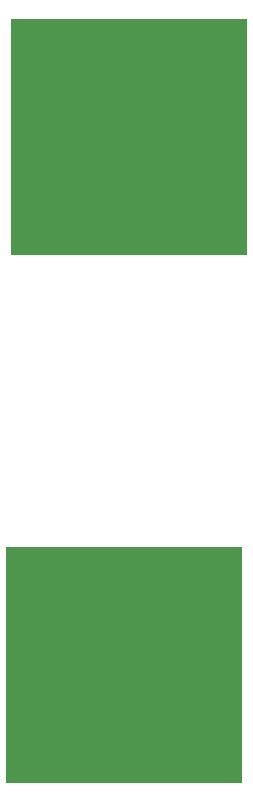
<source format=gbr>
%TF.GenerationSoftware,KiCad,Pcbnew,9.0.6*%
%TF.CreationDate,2025-12-19T02:54:44-05:00*%
%TF.ProjectId,CSI_Tester,4353495f-5465-4737-9465-722e6b696361,rev?*%
%TF.SameCoordinates,Original*%
%TF.FileFunction,Paste,Bot*%
%TF.FilePolarity,Positive*%
%FSLAX46Y46*%
G04 Gerber Fmt 4.6, Leading zero omitted, Abs format (unit mm)*
G04 Created by KiCad (PCBNEW 9.0.6) date 2025-12-19 02:54:44*
%MOMM*%
%LPD*%
G01*
G04 APERTURE LIST*
%ADD10R,20.000000X20.000000*%
G04 APERTURE END LIST*
D10*
%TO.C,R1*%
X144000000Y-110000000D03*
%TD*%
%TO.C,R2*%
X144400000Y-65300000D03*
%TD*%
M02*

</source>
